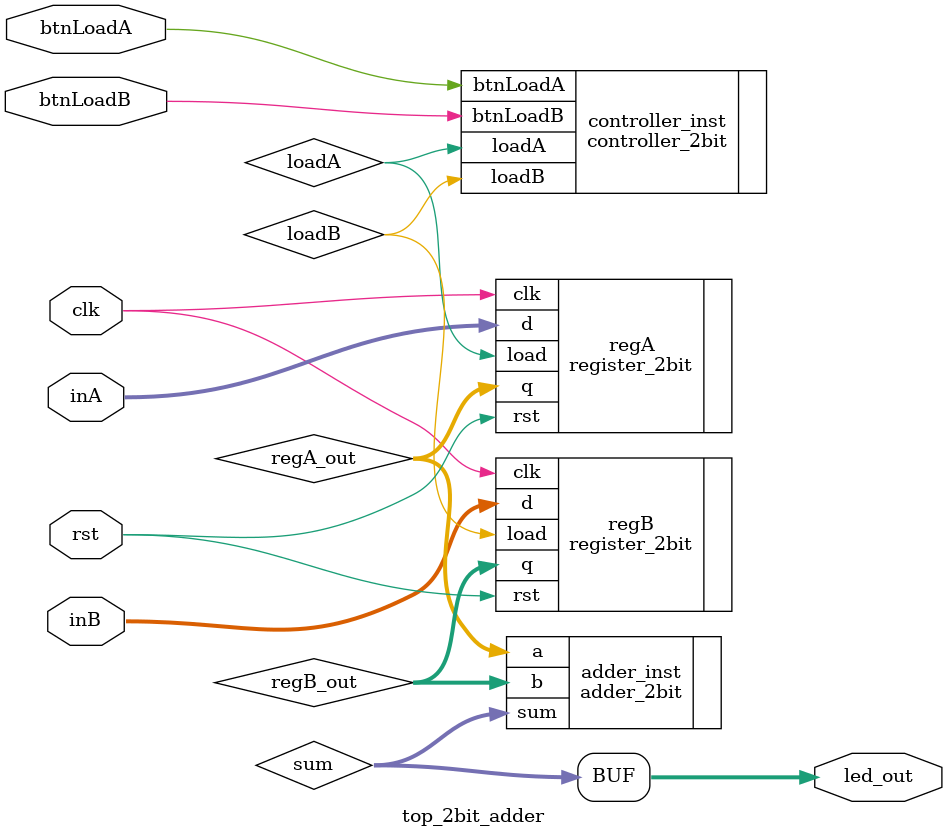
<source format=v>
`include "register_2bit.v"
`include "adder_2bit.v"
`include "controller_2bit.v"

module top_2bit_adder (
    input  wire       clk,
    input  wire       rst,
    input  wire [1:0] inA,
    input  wire [1:0] inB,
    input  wire       btnLoadA,
    input  wire       btnLoadB,
    output wire [2:0] led_out  // 3-bit output to show the sum
);

    // Internal signals
    wire loadA, loadB;
    wire [1:0] regA_out;
    wire [1:0] regB_out;
    wire [2:0] sum;

    // -----------------
    //  Controller
    // -----------------
    controller_2bit controller_inst (
        .btnLoadA(btnLoadA),
        .btnLoadB(btnLoadB),
        .loadA(loadA),
        .loadB(loadB)
    );

    // -----------------
    //  Registers
    // -----------------
    register_2bit regA (
        .clk(clk),
        .rst(rst),
        .load(loadA),
        .d(inA),
        .q(regA_out)
    );

    register_2bit regB (
        .clk(clk),
        .rst(rst),
        .load(loadB),
        .d(inB),
        .q(regB_out)
    );

    // -----------------
    //  2-bit Adder
    // -----------------
    adder_2bit adder_inst (
        .a(regA_out),
        .b(regB_out),
        .sum(sum)
    );

    // -----------------
    //  Output (LEDs)
    // -----------------
    assign led_out = sum;

endmodule

</source>
